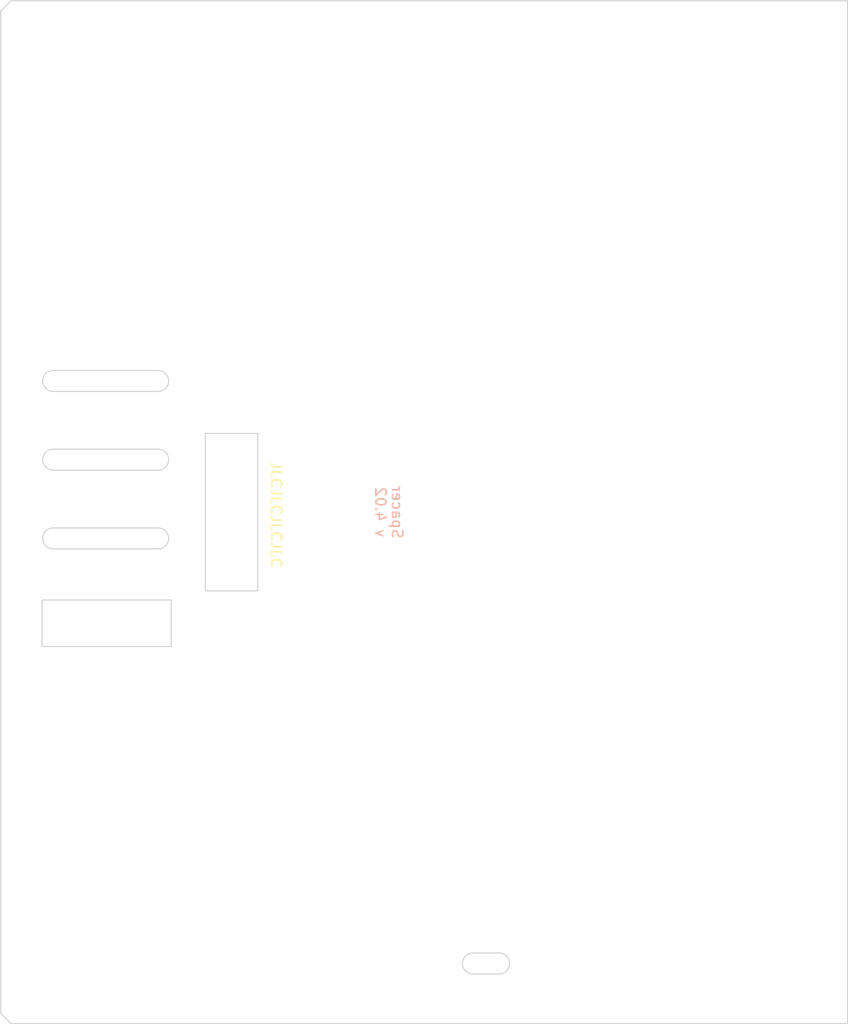
<source format=kicad_pcb>
(kicad_pcb (version 20221018) (generator pcbnew)
  (layers (0 "F.Cu" signal) (31 "B.Cu" signal) (34 "B.Paste" user) (35 "F.Paste" user) (36 "B.SilkS" user "B.Silkscreen") (37 "F.SilkS" user "F.Silkscreen") (38 "B.Mask" user) (39 "F.Mask" user) (44 "Edge.Cuts" user))
  (net 0 "")
  (footprint "MountingHole:MountingHole_3.2mm_M3" (layer "F.Cu") (at 112.014 134.37997)
    (fp_text reference "REF**" hide)
    (fp_text value "MountingHole_3.2mm_M3" hide)
    (pad "" np_thru_hole circle (at 0 0) (size 3.2 3.2) (drill 3.2) (layers "F&B.Cu" "*.Mask"))
  )
  (footprint "MountingHole:MountingHole_3.2mm_M3" (layer "F.Cu") (at 90.524 63.18)
    (fp_text reference "REF**" hide)
    (fp_text value "MountingHole_3.2mm_M3" hide)
    (pad "" np_thru_hole circle locked (at 0 0) (size 3.2 3.2) (drill 3.2) (layers "*.Cu" "*.Mask"))
  )
  (footprint "MountingHole:MountingHole_2.1mm" (layer "F.Cu") (at 75.274 78.98)
    (fp_text reference "REF**" hide)
    (fp_text value "MountingHole_2.1mm" hide)
    (pad "" np_thru_hole circle locked (at 0 0) (size 2 2) (drill 2) (layers "F&B.Cu" "*.Mask"))
  )
  (footprint "MountingHole:MountingHole_3.2mm_M3" (layer "F.Cu") (at 90.524 150.18)
    (fp_text reference "REF**" hide)
    (fp_text value "MountingHole_3.2mm_M3" hide)
    (pad "" np_thru_hole circle (at 0 0) (size 3.2 3.2) (drill 3.2) (layers "*.Cu" "*.Mask"))
  )
  (footprint "MountingHole:MountingHole_2.1mm" (layer "F.Cu") (at 84.774 134.38)
    (fp_text reference "REF**" hide)
    (fp_text value "MountingHole_2.1mm" hide)
    (pad "" np_thru_hole circle locked (at 0 0) (size 2 2) (drill 2) (layers "F&B.Cu" "*.Mask"))
  )
  (footprint "MountingHole:MountingHole_3.2mm_M3" (layer "F.Cu") (at 69.524 63.18)
    (fp_text reference "REF**" hide)
    (fp_text value "MountingHole_3.2mm_M3" hide)
    (pad "" np_thru_hole circle locked (at 0 0) (size 3.2 3.2) (drill 3.2) (layers "*.Cu" "*.Mask"))
  )
  (footprint "MountingHole:MountingHole_3.2mm_M3" (layer "F.Cu") (at 112.014 78.98003)
    (fp_text reference "REF**" hide)
    (fp_text value "MountingHole_3.2mm_M3" hide)
    (pad "" np_thru_hole circle (at 0 0) (size 3.2 3.2) (drill 3.2) (layers "F&B.Cu" "*.Mask"))
  )
  (footprint "MountingHole:MountingHole_2.1mm" (layer "F.Cu") (at 75.274 134.38)
    (fp_text reference "REF**" hide)
    (fp_text value "MountingHole_2.1mm" hide)
    (pad "" np_thru_hole circle locked (at 0 0) (size 2 2) (drill 2) (layers "F&B.Cu" "*.Mask"))
  )
  (footprint "MountingHole:MountingHole_2.1mm" (layer "F.Cu") (at 84.774 78.98)
    (fp_text reference "REF**" hide)
    (fp_text value "MountingHole_2.1mm" hide)
    (pad "" np_thru_hole circle (at 0 0) (size 2 2) (drill 2) (layers "F&B.Cu" "*.Mask"))
  )
  (footprint "MountingHole:MountingHole_3.2mm_M3" (layer "F.Cu") (at 69.524 150.18)
    (fp_text reference "REF**" hide)
    (fp_text value "MountingHole_3.2mm_M3" hide)
    (pad "" np_thru_hole circle locked (at 0 0) (size 3.2 3.2) (drill 3.2) (layers "*.Cu" "*.Mask"))
  )
  (gr_line (start 70.104 108.204) (end 80.264 108.204) (stroke (width 0.1)) (layer "Edge.Cuts"))
  (gr_line (start 66.024 57.18) (end 147.024 57.18) (stroke (width 0.1)) (layer "Edge.Cuts"))
  (gr_arc (start 80.264 92.964) (mid 81.28 93.98) (end 80.264 94.996) (stroke (width 0.1)) (layer "Edge.Cuts"))
  (gr_arc (start 70.104 94.996) (mid 69.088 93.98) (end 70.104 92.964) (stroke (width 0.1)) (layer "Edge.Cuts"))
  (gr_arc (start 70.104 110.236) (mid 69.088 109.22) (end 70.104 108.204) (stroke (width 0.1)) (layer "Edge.Cuts"))
  (gr_line (start 80.264 110.236) (end 70.104 110.236) (stroke (width 0.1)) (layer "Edge.Cuts"))
  (gr_arc (start 80.264 108.204) (mid 81.28 109.22) (end 80.264 110.236) (stroke (width 0.1)) (layer "Edge.Cuts"))
  (gr_arc (start 80.264 100.584) (mid 81.28 101.6) (end 80.264 102.616) (stroke (width 0.1)) (layer "Edge.Cuts"))
  (gr_arc (start 110.744 151.384) (mid 109.728 150.368) (end 110.744 149.352) (stroke (width 0.1)) (layer "Edge.Cuts"))
  (gr_line (start 65.024 155.18) (end 65.024 58.18) (stroke (width 0.1)) (layer "Edge.Cuts"))
  (gr_line (start 110.744 149.352) (end 113.284 149.352) (stroke (width 0.1)) (layer "Edge.Cuts"))
  (gr_line (start 65.024 58.18) (end 66.024 57.18) (stroke (width 0.1)) (layer "Edge.Cuts"))
  (gr_line (start 66.024 156.18) (end 65.024 155.18) (stroke (width 0.1)) (layer "Edge.Cuts"))
  (gr_line (start 113.284 151.384) (end 110.744 151.384) (stroke (width 0.1)) (layer "Edge.Cuts"))
  (gr_rect (start 84.836 99.06) (end 89.916 114.3) (stroke (width 0.1)) (fill none) (layer "Edge.Cuts"))
  (gr_line (start 147.024 156.18) (end 66.024 156.18) (stroke (width 0.1)) (layer "Edge.Cuts"))
  (gr_arc (start 113.284 149.352) (mid 114.3 150.368) (end 113.284 151.384) (stroke (width 0.1)) (layer "Edge.Cuts"))
  (gr_line (start 80.264 94.996) (end 70.104 94.996) (stroke (width 0.1)) (layer "Edge.Cuts"))
  (gr_line (start 70.104 100.584) (end 80.264 100.584) (stroke (width 0.1)) (layer "Edge.Cuts"))
  (gr_line (start 70.104 92.964) (end 80.264 92.964) (stroke (width 0.1)) (layer "Edge.Cuts"))
  (gr_rect (start 69.024 115.18) (end 81.524 119.68) (stroke (width 0.1)) (fill none) (layer "Edge.Cuts"))
  (gr_line (start 80.264 102.616) (end 70.104 102.616) (stroke (width 0.1)) (layer "Edge.Cuts"))
  (gr_line (start 147.024 57.18) (end 147.024 156.18) (stroke (width 0.1)) (layer "Edge.Cuts"))
  (gr_arc (start 70.104 102.616) (mid 69.088 101.6) (end 70.104 100.584) (stroke (width 0.1)) (layer "Edge.Cuts"))
  (gr_text "Spacer\nv 4.02" (at 101.219 106.68 270) (layer "B.SilkS") (effects (font (size 1 1)) (justify bottom mirror)))
  (gr_text "JLCJLCJLCJLC" (at 91.694 106.934 -90) (layer "F.SilkS") (effects (font (size 1 1))))
)
</source>
